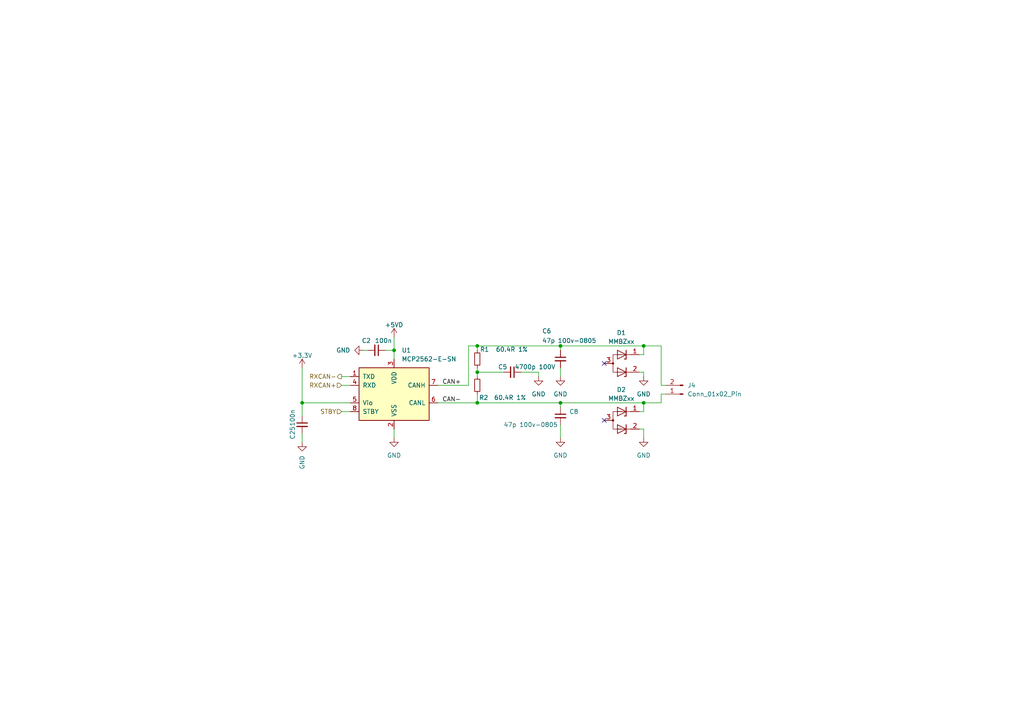
<source format=kicad_sch>
(kicad_sch (version 20231120) (generator "eeschema") (generator_version "8.0")
  (paper "A4")
  (lib_symbols
    (symbol "Connector:Conn_01x02_Pin" (pin_names (offset 1.016) hide)
      (property "Reference" "J" (at 0 2.54 0))
      (property "Value" "Conn_01x02_Pin" (at 0 -5.08 0))
      (symbol "Conn_01x02_Pin_1_1"
        (polyline (pts (xy 1.27 -2.54) (xy 0.8636 -2.54)) (stroke (width 0.1524)))
        (polyline (pts (xy 1.27 0) (xy 0.8636 0)) (stroke (width 0.1524)))
        (rectangle (start 0.8636 -2.413) (end 0 -2.667) (stroke (width 0.1524)) (fill (type outline)))
        (rectangle (start 0.8636 0.127) (end 0 -0.127) (stroke (width 0.1524)) (fill (type outline)))
        (pin passive line (at 5.08 0 180) (length 3.81) (name "Pin_1") (number "1"))
        (pin passive line (at 5.08 -2.54 180) (length 3.81) (name "Pin_2") (number "2"))
      )
    )
    (symbol "Device:C_Small" (pin_numbers hide) (pin_names (offset 0.254) hide)
      (property "Reference" "C" (at 0.254 1.778 0))
      (property "Value" "C_Small" (at 0.254 -2.032 0))
      (symbol "C_Small_0_1"
        (polyline (pts (xy -1.524 -0.508) (xy 1.524 -0.508)) (stroke (width 0.3302)))
        (polyline (pts (xy -1.524 0.508) (xy 1.524 0.508)) (stroke (width 0.3048)))
      )
      (symbol "C_Small_1_1"
        (pin passive line (at 0 2.54 270) (length 2.032) (name "~") (number "1"))
        (pin passive line (at 0 -2.54 90) (length 2.032) (name "~") (number "2"))
      )
    )
    (symbol "Device:R_Small" (pin_numbers hide) (pin_names (offset 0.254) hide)
      (property "Reference" "R" (at 0.762 0.508 0))
      (property "Value" "R_Small" (at 0.762 -1.016 0))
      (symbol "R_Small_0_1"
        (rectangle (start -0.762 1.778) (end 0.762 -1.778) (stroke (width 0.2032)))
      )
      (symbol "R_Small_1_1"
        (pin passive line (at 0 2.54 270) (length 0.762) (name "~") (number "1"))
        (pin passive line (at 0 -2.54 90) (length 0.762) (name "~") (number "2"))
      )
    )
    (symbol "Diode:MMBZxx" (pin_names (offset 1.016) hide)
      (property "Reference" "D" (at 3.81 2.54 0))
      (property "Value" "MMBZxx" (at 3.81 0 0))
      (symbol "MMBZxx_0_1"
        (circle (center 0 -2.54) (radius 0.254) (fill (type outline)))
        (polyline (pts (xy -2.54 -1.27) (xy -2.54 2.54)))
        (polyline (pts (xy 2.54 -1.27) (xy 2.54 2.54)))
        (polyline (pts (xy -3.81 1.27) (xy -1.27 1.27) (xy -1.27 0.762)) (stroke (width 0.254)))
        (polyline (pts (xy 1.27 1.27) (xy 3.81 1.27) (xy 3.81 0.762)) (stroke (width 0.254)))
        (polyline (pts (xy -2.54 0) (xy -2.54 -2.54) (xy 2.54 -2.54) (xy 2.54 0)))
      )
      (symbol "MMBZxx_1_1"
        (polyline (pts (xy -3.81 -1.27) (xy -1.27 -1.27) (xy -2.54 1.27) (xy -3.81 -1.27)) (stroke (width 0.2032)))
        (polyline (pts (xy 1.27 -1.27) (xy 3.81 -1.27) (xy 2.54 1.27) (xy 1.27 -1.27)) (stroke (width 0.2032)))
        (pin passive line (at -2.54 5.08 270) (length 2.54) (name "K") (number "1"))
        (pin passive line (at 2.54 5.08 270) (length 2.54) (name "K") (number "2"))
        (pin passive line (at 0 -5.08 90) (length 2.54) (name "A") (number "3"))
      )
    )
    (symbol "Interface_CAN_LIN:MCP2562-E-SN" (pin_names (offset 1.016))
      (property "Reference" "U" (at -10.16 8.89 0))
      (property "Value" "MCP2562-E-SN" (at 2.54 8.89 0))
      (symbol "MCP2562-E-SN_0_1"
        (rectangle (start -10.16 7.62) (end 10.16 -7.62) (stroke (width 0.254)) (fill (type background)))
      )
      (symbol "MCP2562-E-SN_1_1"
        (pin input line (at -12.7 5.08 0) (length 2.54) (name "TXD") (number "1"))
        (pin power_in line (at 0 -10.16 90) (length 2.54) (name "VSS") (number "2"))
        (pin power_in line (at 0 10.16 270) (length 2.54) (name "VDD") (number "3"))
        (pin output line (at -12.7 2.54 0) (length 2.54) (name "RXD") (number "4"))
        (pin power_in line (at -12.7 -2.54 0) (length 2.54) (name "Vio") (number "5"))
        (pin bidirectional line (at 12.7 -2.54 180) (length 2.54) (name "CANL") (number "6"))
        (pin bidirectional line (at 12.7 2.54 180) (length 2.54) (name "CANH") (number "7"))
        (pin input line (at -12.7 -5.08 0) (length 2.54) (name "STBY") (number "8"))
      )
    )
    (symbol "power:+3.3V" (power) (pin_names (offset 0))
      (property "Value" "+3.3V" (at 0 3.556 0))
      (symbol "+3.3V_0_1"
        (polyline (pts (xy -0.762 1.27) (xy 0 2.54)))
        (polyline (pts (xy 0 0) (xy 0 2.54)))
        (polyline (pts (xy 0 2.54) (xy 0.762 1.27)))
      )
      (symbol "+3.3V_1_1"
        (pin power_in line (at 0 0 90) (length 0) hide (name "+3.3V") (number "1"))
      )
    )
    (symbol "power:GND" (power) (pin_names (offset 0))
      (property "Value" "GND" (at 0 -3.81 0))
      (symbol "GND_0_1"
        (polyline (pts (xy 0 0) (xy 0 -1.27) (xy 1.27 -1.27) (xy 0 -2.54) (xy -1.27 -1.27) (xy 0 -1.27)))
      )
      (symbol "GND_1_1"
        (pin power_in line (at 0 0 270) (length 0) hide (name "GND") (number "1"))
      )
    )
  )
  (junction (at 138.43 100.33))
  (junction (at 162.56 116.84))
  (junction (at 186.69 100.33))
  (junction (at 114.3 101.6))
  (junction (at 162.56 100.33))
  (junction (at 87.63 116.84))
  (junction (at 138.43 107.95))
  (junction (at 138.43 116.84))
  (junction (at 186.69 116.84))
  (no_connect (at 175.26 121.92))
  (no_connect (at 175.26 105.41))
  (wire (pts (xy 186.69 100.33) (xy 191.77 100.33)))
  (wire (pts (xy 162.56 116.84) (xy 186.69 116.84)))
  (wire (pts (xy 162.56 106.68) (xy 162.56 109.22)))
  (wire (pts (xy 135.89 111.76) (xy 135.89 100.33)))
  (wire (pts (xy 186.69 119.38) (xy 185.42 119.38)))
  (wire (pts (xy 185.42 124.46) (xy 186.69 124.46)))
  (wire (pts (xy 127 111.76) (xy 135.89 111.76)))
  (wire (pts (xy 191.77 114.3) (xy 193.04 114.3)))
  (wire (pts (xy 156.21 107.95) (xy 156.21 109.22)))
  (wire (pts (xy 186.69 107.95) (xy 186.69 109.22)))
  (wire (pts (xy 99.06 119.38) (xy 101.6 119.38)))
  (wire (pts (xy 138.43 109.22) (xy 138.43 107.95)))
  (wire (pts (xy 138.43 107.95) (xy 146.05 107.95)))
  (wire (pts (xy 138.43 100.33) (xy 138.43 101.6)))
  (wire (pts (xy 186.69 116.84) (xy 191.77 116.84)))
  (wire (pts (xy 101.6 116.84) (xy 87.63 116.84)))
  (wire (pts (xy 127 116.84) (xy 138.43 116.84)))
  (wire (pts (xy 162.56 100.33) (xy 186.69 100.33)))
  (wire (pts (xy 191.77 116.84) (xy 191.77 114.3)))
  (wire (pts (xy 162.56 101.6) (xy 162.56 100.33)))
  (wire (pts (xy 162.56 123.19) (xy 162.56 127)))
  (wire (pts (xy 87.63 116.84) (xy 87.63 120.65)))
  (wire (pts (xy 87.63 106.68) (xy 87.63 116.84)))
  (wire (pts (xy 193.04 111.76) (xy 191.77 111.76)))
  (wire (pts (xy 186.69 102.87) (xy 186.69 100.33)))
  (wire (pts (xy 99.06 109.22) (xy 101.6 109.22)))
  (wire (pts (xy 151.13 107.95) (xy 156.21 107.95)))
  (wire (pts (xy 186.69 116.84) (xy 186.69 119.38)))
  (wire (pts (xy 162.56 116.84) (xy 162.56 118.11)))
  (wire (pts (xy 138.43 116.84) (xy 162.56 116.84)))
  (wire (pts (xy 99.06 111.76) (xy 101.6 111.76)))
  (wire (pts (xy 138.43 100.33) (xy 162.56 100.33)))
  (wire (pts (xy 106.68 101.6) (xy 105.41 101.6)))
  (wire (pts (xy 111.76 101.6) (xy 114.3 101.6)))
  (wire (pts (xy 87.63 128.27) (xy 87.63 125.73)))
  (wire (pts (xy 135.89 100.33) (xy 138.43 100.33)))
  (wire (pts (xy 186.69 102.87) (xy 185.42 102.87)))
  (wire (pts (xy 114.3 124.46) (xy 114.3 127)))
  (wire (pts (xy 114.3 101.6) (xy 114.3 104.14)))
  (wire (pts (xy 185.42 107.95) (xy 186.69 107.95)))
  (wire (pts (xy 138.43 114.3) (xy 138.43 116.84)))
  (wire (pts (xy 186.69 124.46) (xy 186.69 127)))
  (wire (pts (xy 191.77 111.76) (xy 191.77 100.33)))
  (wire (pts (xy 114.3 97.79) (xy 114.3 101.6)))
  (wire (pts (xy 138.43 106.68) (xy 138.43 107.95)))
  (label "CAN-" (at 128.27 116.84 0))
  (label "CAN+" (at 128.27 111.76 0))
  (hierarchical_label "RXCAN+" (shape input) (at 99.06 111.76 180))
  (hierarchical_label "STBY" (shape input) (at 99.06 119.38 180))
  (hierarchical_label "RXCAN-" (shape output) (at 99.06 109.22 180))
  (symbol (lib_id "power:GND") (at 186.69 109.22 0) (unit 1)
    (property "Reference" "#PWR018" (effects (hide yes)))
    (property "Value" "GND" (at 186.69 114.3 0))
  )
  (symbol (lib_id "power:GND") (at 114.3 127 0) (unit 1)
    (property "Reference" "#PWR011" (effects (hide yes)))
    (property "Value" "GND" (at 114.3 132.08 0))
  )
  (symbol (lib_id "power:GND") (at 156.21 109.22 0) (unit 1)
    (property "Reference" "#PWR012" (effects (hide yes)))
    (property "Value" "GND" (at 156.21 114.3 0))
  )
  (symbol (lib_id "Connector:Conn_01x02_Pin") (at 198.12 114.3 180) (unit 1)
    (property "Reference" "J4" (at 199.39 111.7599 0) (effects (justify right)))
    (property "Value" "Conn_01x02_Pin" (at 199.39 114.2999 0) (effects (justify right)))
    (property "Footprint" "Connector_JST:JST_EH_B2B-EH-A_1x02_P2.50mm_Vertical" (effects (hide yes)))
    (property "Description" "Generic connector, single row, 01x02, script generated" (effects (hide yes)))
  )
  (symbol (lib_id "power:GND") (at 162.56 127 0) (unit 1)
    (property "Reference" "#PWR017" (effects (hide yes)))
    (property "Value" "GND" (at 162.56 132.08 0))
  )
  (symbol (lib_id "Device:R_Small") (at 138.43 111.76 0) (unit 1)
    (property "Reference" "R2" (at 138.938 115.316 0) (effects (justify left)))
    (property "Value" "60.4R 1%" (at 143.256 115.316 0) (effects (justify left)))
    (property "Footprint" "Resistor_SMD:R_1206_3216Metric" (effects (hide yes)))
    (property "Description" "Resistor, small symbol" (effects (hide yes)))
  )
  (symbol (lib_id "Device:C_Small") (at 162.56 120.65 0) (unit 1)
    (property "Reference" "C8" (at 165.1 119.3862 0) (effects (justify left)))
    (property "Value" "47p 100v-0805" (at 146.05 123.19 0) (effects (justify left)))
    (property "Footprint" "Capacitor_SMD:C_0805_2012Metric" (effects (hide yes)))
    (property "Description" "Unpolarized capacitor, small symbol" (effects (hide yes)))
  )
  (symbol (lib_id "power:GND") (at 162.56 109.22 0) (unit 1)
    (property "Reference" "#PWR015" (effects (hide yes)))
    (property "Value" "GND" (at 162.56 114.3 0))
  )
  (symbol (lib_id "Interface_CAN_LIN:MCP2562-E-SN") (at 114.3 114.3 0) (unit 1)
    (property "Reference" "U1" (at 116.4941 101.6 0) (effects (justify left)))
    (property "Value" "MCP2562-E-SN" (at 116.4941 104.14 0) (effects (justify left)))
    (property "Footprint" "Package_SO:SOIC-8_3.9x4.9mm_P1.27mm" (effects (hide yes)))
    (property "Datasheet" "http://ww1.microchip.com/downloads/en/DeviceDoc/25167A.pdf" (effects (hide yes)))
    (property "Description" "High-Speed CAN Transceiver, 1Mbps, 5V supply, Vio pin, -40C to +125C, SOIC-8" (effects (hide yes)))
  )
  (symbol (lib_id "power:+3.3V") (at 114.3 97.79 0) (unit 1)
    (property "Reference" "#PWR010" (effects (hide yes)))
    (property "Value" "+5VD" (at 114.3 94.234 0))
  )
  (symbol (lib_id "Device:R_Small") (at 138.43 104.14 0) (unit 1)
    (property "Reference" "R1" (at 139.192 101.346 0) (effects (justify left)))
    (property "Value" "60.4R 1%" (at 143.764 101.346 0) (effects (justify left)))
    (property "Footprint" "Resistor_SMD:R_1206_3216Metric" (effects (hide yes)))
    (property "Description" "Resistor, small symbol" (effects (hide yes)))
  )
  (symbol (lib_id "Device:C_Small") (at 87.63 123.19 0) (unit 1)
    (property "Reference" "C25" (at 84.836 127.508 90) (effects (justify left)))
    (property "Value" "100n" (at 84.836 123.698 90) (effects (justify left)))
    (property "Footprint" "Capacitor_SMD:C_1206_3216Metric" (effects (hide yes)))
  )
  (symbol (lib_id "power:+3.3V") (at 87.63 106.68 0) (unit 1)
    (property "Reference" "#PWR071" (effects (hide yes)))
    (property "Value" "+3.3V" (at 87.63 103.124 0))
  )
  (symbol (lib_id "power:GND") (at 186.69 127 0) (unit 1)
    (property "Reference" "#PWR022" (effects (hide yes)))
    (property "Value" "GND" (at 186.69 132.08 0))
  )
  (symbol (lib_id "Device:C_Small") (at 148.59 107.95 270) (unit 1)
    (property "Reference" "C5" (at 145.796 106.426 90))
    (property "Value" "4700p 100V" (at 155.194 106.426 90))
    (property "Footprint" "Capacitor_SMD:C_1206_3216Metric" (effects (hide yes)))
    (property "Description" "Unpolarized capacitor, small symbol" (effects (hide yes)))
  )
  (symbol (lib_id "power:GND") (at 105.41 101.6 270) (unit 1)
    (property "Reference" "#PWR08" (effects (hide yes)))
    (property "Value" "GND" (at 101.6 101.5999 90) (effects (justify right)))
  )
  (symbol (lib_id "Device:C_Small") (at 162.56 104.14 0) (unit 1)
    (property "Reference" "C6" (at 157.226 96.012 0) (effects (justify left)))
    (property "Value" "47p 100v-0805" (at 157.226 98.806 0) (effects (justify left)))
    (property "Footprint" "Capacitor_SMD:C_0805_2012Metric" (effects (hide yes)))
    (property "Description" "Unpolarized capacitor, small symbol" (effects (hide yes)))
  )
  (symbol (lib_id "Diode:MMBZxx") (at 180.34 105.41 270) (unit 1)
    (property "Reference" "D1" (at 180.213 96.52 90))
    (property "Value" "MMBZxx" (at 180.213 99.06 90))
    (property "Footprint" "Package_TO_SOT_SMD:SOT-23" (effects (hide yes)))
    (property "Datasheet" "http://www.onsemi.com/pub/Collateral/MMBZ5V6ALT1-D.PDF" (effects (hide yes)))
    (property "Description" "Double Zener Diode, Common Anode, 225mW, SOT-23" (effects (hide yes)))
  )
  (symbol (lib_id "power:GND") (at 87.63 128.27 0) (unit 1)
    (property "Reference" "#PWR066" (effects (hide yes)))
    (property "Value" "GND" (at 87.6299 132.08 90) (effects (justify right)))
  )
  (symbol (lib_id "Diode:MMBZxx") (at 180.34 121.92 270) (unit 1)
    (property "Reference" "D2" (at 180.213 113.03 90))
    (property "Value" "MMBZxx" (at 180.213 115.57 90))
    (property "Footprint" "Package_TO_SOT_SMD:SOT-23" (effects (hide yes)))
    (property "Datasheet" "http://www.onsemi.com/pub/Collateral/MMBZ5V6ALT1-D.PDF" (effects (hide yes)))
    (property "Description" "Double Zener Diode, Common Anode, 225mW, SOT-23" (effects (hide yes)))
  )
  (symbol (lib_id "Device:C_Small") (at 109.22 101.6 270) (unit 1)
    (property "Reference" "C2" (at 104.902 98.806 90) (effects (justify left)))
    (property "Value" "100n" (at 108.712 98.806 90) (effects (justify left)))
    (property "Footprint" "Capacitor_SMD:C_1206_3216Metric" (effects (hide yes)))
  )
)
</source>
